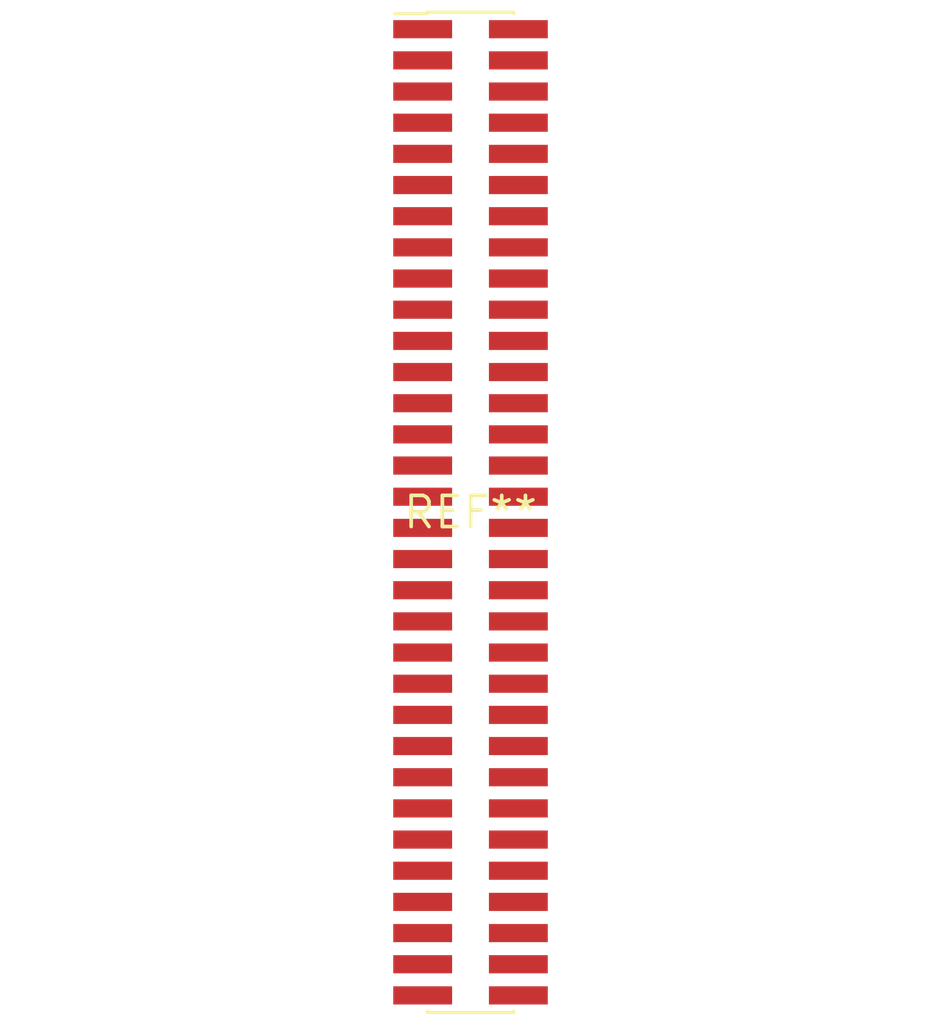
<source format=kicad_pcb>
(kicad_pcb (version 20240108) (generator pcbnew)
  (layers (0 "F.Cu" signal) (31 "B.Cu" signal) (34 "B.Paste" user) (35 "F.Paste" user) (36 "B.SilkS" user "B.Silkscreen") (37 "F.SilkS" user "F.Silkscreen") (38 "B.Mask" user) (39 "F.Mask" user) (44 "Edge.Cuts" user))
  (net 0 "")
  (footprint "PinHeader_2x32_P1.27mm_Vertical_SMD" (layer "F.Cu") (at 0 0)
    (property "Reference" "REF**")
    (property "Value" "PinHeader_2x32_P1.27mm_Vertical_SMD")
    (fp_line (start -3.09 -20.315) (end -1.765 -20.315) (layer "F.SilkS") (stroke (width 0.12)))
    (fp_line (start -1.765 -20.38) (end -1.765 -20.315) (layer "F.SilkS") (stroke (width 0.12)))
    (fp_line (start -1.765 -20.38) (end 1.765 -20.38) (layer "F.SilkS") (stroke (width 0.12)))
    (fp_line (start -1.765 20.315) (end -1.765 20.38) (layer "F.SilkS") (stroke (width 0.12)))
    (fp_line (start -1.765 20.38) (end 1.765 20.38) (layer "F.SilkS") (stroke (width 0.12)))
    (fp_line (start 1.765 -20.38) (end 1.765 -20.315) (layer "F.SilkS") (stroke (width 0.12)))
    (fp_line (start 1.765 20.315) (end 1.765 20.38) (layer "F.SilkS") (stroke (width 0.12)))
    (pad "1" smd rect (at -1.95 -19.685) (size 2.4 0.74) (layers "F.Cu" "F.Paste" "F.Mask"))
    (pad "2" smd rect (at 1.95 -19.685) (size 2.4 0.74) (layers "F.Cu" "F.Paste" "F.Mask"))
    (pad "3" smd rect (at -1.95 -18.415) (size 2.4 0.74) (layers "F.Cu" "F.Paste" "F.Mask"))
    (pad "4" smd rect (at 1.95 -18.415) (size 2.4 0.74) (layers "F.Cu" "F.Paste" "F.Mask"))
    (pad "5" smd rect (at -1.95 -17.145) (size 2.4 0.74) (layers "F.Cu" "F.Paste" "F.Mask"))
    (pad "6" smd rect (at 1.95 -17.145) (size 2.4 0.74) (layers "F.Cu" "F.Paste" "F.Mask"))
    (pad "7" smd rect (at -1.95 -15.875) (size 2.4 0.74) (layers "F.Cu" "F.Paste" "F.Mask"))
    (pad "8" smd rect (at 1.95 -15.875) (size 2.4 0.74) (layers "F.Cu" "F.Paste" "F.Mask"))
    (pad "9" smd rect (at -1.95 -14.605) (size 2.4 0.74) (layers "F.Cu" "F.Paste" "F.Mask"))
    (pad "10" smd rect (at 1.95 -14.605) (size 2.4 0.74) (layers "F.Cu" "F.Paste" "F.Mask"))
    (pad "11" smd rect (at -1.95 -13.335) (size 2.4 0.74) (layers "F.Cu" "F.Paste" "F.Mask"))
    (pad "12" smd rect (at 1.95 -13.335) (size 2.4 0.74) (layers "F.Cu" "F.Paste" "F.Mask"))
    (pad "13" smd rect (at -1.95 -12.065) (size 2.4 0.74) (layers "F.Cu" "F.Paste" "F.Mask"))
    (pad "14" smd rect (at 1.95 -12.065) (size 2.4 0.74) (layers "F.Cu" "F.Paste" "F.Mask"))
    (pad "15" smd rect (at -1.95 -10.795) (size 2.4 0.74) (layers "F.Cu" "F.Paste" "F.Mask"))
    (pad "16" smd rect (at 1.95 -10.795) (size 2.4 0.74) (layers "F.Cu" "F.Paste" "F.Mask"))
    (pad "17" smd rect (at -1.95 -9.525) (size 2.4 0.74) (layers "F.Cu" "F.Paste" "F.Mask"))
    (pad "18" smd rect (at 1.95 -9.525) (size 2.4 0.74) (layers "F.Cu" "F.Paste" "F.Mask"))
    (pad "19" smd rect (at -1.95 -8.255) (size 2.4 0.74) (layers "F.Cu" "F.Paste" "F.Mask"))
    (pad "20" smd rect (at 1.95 -8.255) (size 2.4 0.74) (layers "F.Cu" "F.Paste" "F.Mask"))
    (pad "21" smd rect (at -1.95 -6.985) (size 2.4 0.74) (layers "F.Cu" "F.Paste" "F.Mask"))
    (pad "22" smd rect (at 1.95 -6.985) (size 2.4 0.74) (layers "F.Cu" "F.Paste" "F.Mask"))
    (pad "23" smd rect (at -1.95 -5.715) (size 2.4 0.74) (layers "F.Cu" "F.Paste" "F.Mask"))
    (pad "24" smd rect (at 1.95 -5.715) (size 2.4 0.74) (layers "F.Cu" "F.Paste" "F.Mask"))
    (pad "25" smd rect (at -1.95 -4.445) (size 2.4 0.74) (layers "F.Cu" "F.Paste" "F.Mask"))
    (pad "26" smd rect (at 1.95 -4.445) (size 2.4 0.74) (layers "F.Cu" "F.Paste" "F.Mask"))
    (pad "27" smd rect (at -1.95 -3.175) (size 2.4 0.74) (layers "F.Cu" "F.Paste" "F.Mask"))
    (pad "28" smd rect (at 1.95 -3.175) (size 2.4 0.74) (layers "F.Cu" "F.Paste" "F.Mask"))
    (pad "29" smd rect (at -1.95 -1.905) (size 2.4 0.74) (layers "F.Cu" "F.Paste" "F.Mask"))
    (pad "30" smd rect (at 1.95 -1.905) (size 2.4 0.74) (layers "F.Cu" "F.Paste" "F.Mask"))
    (pad "31" smd rect (at -1.95 -0.635) (size 2.4 0.74) (layers "F.Cu" "F.Paste" "F.Mask"))
    (pad "32" smd rect (at 1.95 -0.635) (size 2.4 0.74) (layers "F.Cu" "F.Paste" "F.Mask"))
    (pad "33" smd rect (at -1.95 0.635) (size 2.4 0.74) (layers "F.Cu" "F.Paste" "F.Mask"))
    (pad "34" smd rect (at 1.95 0.635) (size 2.4 0.74) (layers "F.Cu" "F.Paste" "F.Mask"))
    (pad "35" smd rect (at -1.95 1.905) (size 2.4 0.74) (layers "F.Cu" "F.Paste" "F.Mask"))
    (pad "36" smd rect (at 1.95 1.905) (size 2.4 0.74) (layers "F.Cu" "F.Paste" "F.Mask"))
    (pad "37" smd rect (at -1.95 3.175) (size 2.4 0.74) (layers "F.Cu" "F.Paste" "F.Mask"))
    (pad "38" smd rect (at 1.95 3.175) (size 2.4 0.74) (layers "F.Cu" "F.Paste" "F.Mask"))
    (pad "39" smd rect (at -1.95 4.445) (size 2.4 0.74) (layers "F.Cu" "F.Paste" "F.Mask"))
    (pad "40" smd rect (at 1.95 4.445) (size 2.4 0.74) (layers "F.Cu" "F.Paste" "F.Mask"))
    (pad "41" smd rect (at -1.95 5.715) (size 2.4 0.74) (layers "F.Cu" "F.Paste" "F.Mask"))
    (pad "42" smd rect (at 1.95 5.715) (size 2.4 0.74) (layers "F.Cu" "F.Paste" "F.Mask"))
    (pad "43" smd rect (at -1.95 6.985) (size 2.4 0.74) (layers "F.Cu" "F.Paste" "F.Mask"))
    (pad "44" smd rect (at 1.95 6.985) (size 2.4 0.74) (layers "F.Cu" "F.Paste" "F.Mask"))
    (pad "45" smd rect (at -1.95 8.255) (size 2.4 0.74) (layers "F.Cu" "F.Paste" "F.Mask"))
    (pad "46" smd rect (at 1.95 8.255) (size 2.4 0.74) (layers "F.Cu" "F.Paste" "F.Mask"))
    (pad "47" smd rect (at -1.95 9.525) (size 2.4 0.74) (layers "F.Cu" "F.Paste" "F.Mask"))
    (pad "48" smd rect (at 1.95 9.525) (size 2.4 0.74) (layers "F.Cu" "F.Paste" "F.Mask"))
    (pad "49" smd rect (at -1.95 10.795) (size 2.4 0.74) (layers "F.Cu" "F.Paste" "F.Mask"))
    (pad "50" smd rect (at 1.95 10.795) (size 2.4 0.74) (layers "F.Cu" "F.Paste" "F.Mask"))
    (pad "51" smd rect (at -1.95 12.065) (size 2.4 0.74) (layers "F.Cu" "F.Paste" "F.Mask"))
    (pad "52" smd rect (at 1.95 12.065) (size 2.4 0.74) (layers "F.Cu" "F.Paste" "F.Mask"))
    (pad "53" smd rect (at -1.95 13.335) (size 2.4 0.74) (layers "F.Cu" "F.Paste" "F.Mask"))
    (pad "54" smd rect (at 1.95 13.335) (size 2.4 0.74) (layers "F.Cu" "F.Paste" "F.Mask"))
    (pad "55" smd rect (at -1.95 14.605) (size 2.4 0.74) (layers "F.Cu" "F.Paste" "F.Mask"))
    (pad "56" smd rect (at 1.95 14.605) (size 2.4 0.74) (layers "F.Cu" "F.Paste" "F.Mask"))
    (pad "57" smd rect (at -1.95 15.875) (size 2.4 0.74) (layers "F.Cu" "F.Paste" "F.Mask"))
    (pad "58" smd rect (at 1.95 15.875) (size 2.4 0.74) (layers "F.Cu" "F.Paste" "F.Mask"))
    (pad "59" smd rect (at -1.95 17.145) (size 2.4 0.74) (layers "F.Cu" "F.Paste" "F.Mask"))
    (pad "60" smd rect (at 1.95 17.145) (size 2.4 0.74) (layers "F.Cu" "F.Paste" "F.Mask"))
    (pad "61" smd rect (at -1.95 18.415) (size 2.4 0.74) (layers "F.Cu" "F.Paste" "F.Mask"))
    (pad "62" smd rect (at 1.95 18.415) (size 2.4 0.74) (layers "F.Cu" "F.Paste" "F.Mask"))
    (pad "63" smd rect (at -1.95 19.685) (size 2.4 0.74) (layers "F.Cu" "F.Paste" "F.Mask"))
    (pad "64" smd rect (at 1.95 19.685) (size 2.4 0.74) (layers "F.Cu" "F.Paste" "F.Mask"))
  )
)
</source>
